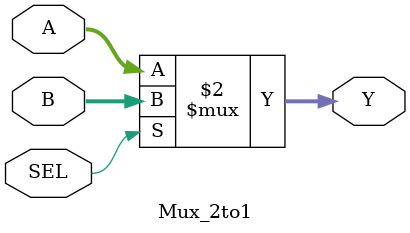
<source format=sv>
`timescale 1ns/1ps

module Mux_2to1(A,B,SEL,Y);

input logic SEL;
input logic [31:0] A,B;
output logic [31:0] Y;

assign Y = (!SEL)? A:B;

endmodule
</source>
